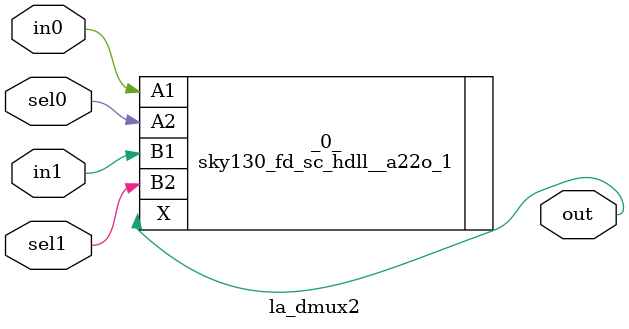
<source format=v>

/* Generated by Yosys 0.44 (git sha1 80ba43d26, g++ 11.4.0-1ubuntu1~22.04 -fPIC -O3) */

(* top =  1  *)
(* src = "generated" *)
(* keep_hierarchy *)
module la_dmux2 (
    sel1,
    sel0,
    in1,
    in0,
    out
);
  (* src = "generated" *)
  input in0;
  wire in0;
  (* src = "generated" *)
  input in1;
  wire in1;
  (* src = "generated" *)
  output out;
  wire out;
  (* src = "generated" *)
  input sel0;
  wire sel0;
  (* src = "generated" *)
  input sel1;
  wire sel1;
  sky130_fd_sc_hdll__a22o_1 _0_ (
      .A1(in0),
      .A2(sel0),
      .B1(in1),
      .B2(sel1),
      .X (out)
  );
endmodule

</source>
